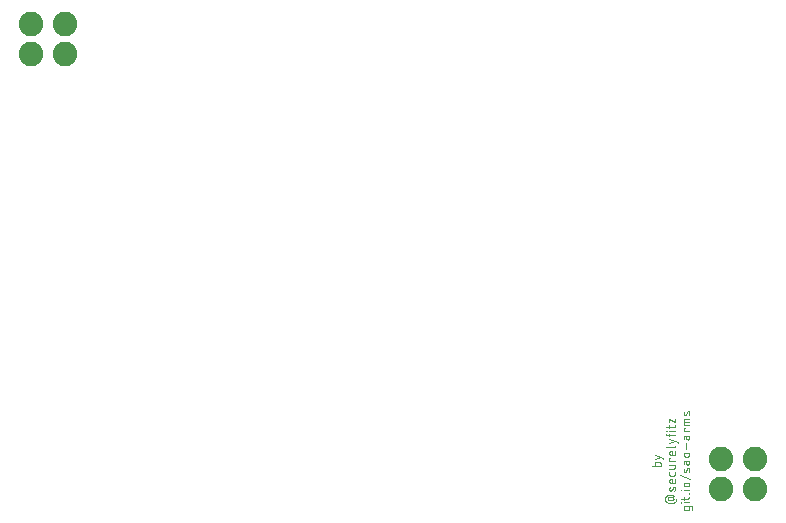
<source format=gts>
G04 EAGLE Gerber X2 export*
G75*
%MOMM*%
%FSLAX34Y34*%
%LPD*%
%AMOC8*
5,1,8,0,0,1.08239X$1,22.5*%
G01*
%ADD10C,0.076200*%
%ADD11C,2.082800*%


D10*
X625475Y44866D02*
X632841Y44866D01*
X632841Y46912D01*
X632839Y46981D01*
X632833Y47049D01*
X632824Y47118D01*
X632810Y47185D01*
X632793Y47252D01*
X632772Y47318D01*
X632748Y47382D01*
X632719Y47445D01*
X632688Y47506D01*
X632653Y47565D01*
X632615Y47623D01*
X632573Y47678D01*
X632529Y47730D01*
X632481Y47780D01*
X632431Y47828D01*
X632379Y47872D01*
X632324Y47914D01*
X632266Y47952D01*
X632207Y47987D01*
X632146Y48018D01*
X632083Y48047D01*
X632019Y48071D01*
X631953Y48092D01*
X631886Y48109D01*
X631819Y48123D01*
X631750Y48132D01*
X631682Y48138D01*
X631613Y48140D01*
X631613Y48139D02*
X629158Y48139D01*
X629158Y48140D02*
X629089Y48138D01*
X629021Y48132D01*
X628952Y48123D01*
X628885Y48109D01*
X628818Y48092D01*
X628752Y48071D01*
X628688Y48047D01*
X628625Y48018D01*
X628564Y47987D01*
X628505Y47952D01*
X628447Y47914D01*
X628392Y47872D01*
X628340Y47828D01*
X628290Y47780D01*
X628242Y47730D01*
X628198Y47678D01*
X628157Y47623D01*
X628118Y47565D01*
X628083Y47506D01*
X628052Y47445D01*
X628023Y47382D01*
X627999Y47318D01*
X627978Y47252D01*
X627961Y47185D01*
X627947Y47118D01*
X627938Y47050D01*
X627932Y46981D01*
X627930Y46912D01*
X627930Y44866D01*
X635296Y50921D02*
X635296Y51739D01*
X627930Y54194D01*
X627930Y50921D02*
X632841Y52558D01*
X638895Y18414D02*
X638895Y17186D01*
X638894Y17186D02*
X638896Y17117D01*
X638902Y17049D01*
X638911Y16980D01*
X638925Y16913D01*
X638942Y16846D01*
X638963Y16780D01*
X638987Y16716D01*
X639016Y16653D01*
X639047Y16592D01*
X639082Y16533D01*
X639120Y16475D01*
X639162Y16420D01*
X639206Y16368D01*
X639254Y16318D01*
X639304Y16270D01*
X639356Y16226D01*
X639411Y16184D01*
X639469Y16146D01*
X639528Y16111D01*
X639589Y16080D01*
X639652Y16051D01*
X639716Y16027D01*
X639782Y16006D01*
X639849Y15989D01*
X639916Y15975D01*
X639985Y15966D01*
X640053Y15960D01*
X640122Y15958D01*
X640122Y15959D02*
X642578Y15959D01*
X642578Y15958D02*
X642647Y15960D01*
X642715Y15966D01*
X642784Y15975D01*
X642851Y15989D01*
X642918Y16006D01*
X642984Y16027D01*
X643048Y16051D01*
X643111Y16080D01*
X643172Y16111D01*
X643231Y16146D01*
X643289Y16184D01*
X643344Y16226D01*
X643396Y16270D01*
X643446Y16318D01*
X643494Y16368D01*
X643538Y16420D01*
X643580Y16475D01*
X643618Y16533D01*
X643653Y16592D01*
X643684Y16653D01*
X643713Y16716D01*
X643737Y16780D01*
X643758Y16846D01*
X643775Y16913D01*
X643789Y16980D01*
X643798Y17049D01*
X643804Y17117D01*
X643806Y17186D01*
X643804Y17255D01*
X643798Y17323D01*
X643789Y17392D01*
X643775Y17459D01*
X643758Y17526D01*
X643737Y17592D01*
X643713Y17656D01*
X643684Y17719D01*
X643653Y17780D01*
X643618Y17839D01*
X643580Y17897D01*
X643538Y17952D01*
X643494Y18004D01*
X643446Y18054D01*
X643396Y18102D01*
X643344Y18146D01*
X643289Y18188D01*
X643231Y18226D01*
X643172Y18261D01*
X643111Y18292D01*
X643048Y18321D01*
X642984Y18345D01*
X642918Y18366D01*
X642851Y18383D01*
X642784Y18397D01*
X642715Y18406D01*
X642647Y18412D01*
X642578Y18414D01*
X642782Y18414D02*
X638895Y18414D01*
X642782Y18414D02*
X642845Y18416D01*
X642908Y18422D01*
X642970Y18431D01*
X643032Y18445D01*
X643092Y18462D01*
X643152Y18483D01*
X643210Y18508D01*
X643266Y18536D01*
X643321Y18567D01*
X643373Y18602D01*
X643423Y18640D01*
X643471Y18681D01*
X643516Y18725D01*
X643559Y18771D01*
X643598Y18821D01*
X643635Y18872D01*
X643668Y18925D01*
X643698Y18981D01*
X643724Y19038D01*
X643747Y19097D01*
X643766Y19157D01*
X643781Y19218D01*
X643793Y19280D01*
X643801Y19343D01*
X643805Y19405D01*
X643805Y19469D01*
X643801Y19531D01*
X643793Y19594D01*
X643781Y19656D01*
X643766Y19717D01*
X643747Y19777D01*
X643724Y19836D01*
X643698Y19893D01*
X643668Y19948D01*
X643635Y20002D01*
X643598Y20053D01*
X643559Y20103D01*
X643516Y20149D01*
X643471Y20193D01*
X643423Y20234D01*
X643373Y20272D01*
X643321Y20307D01*
X643266Y20338D01*
X643210Y20366D01*
X643152Y20391D01*
X643092Y20412D01*
X643032Y20429D01*
X642970Y20443D01*
X642908Y20452D01*
X642845Y20458D01*
X642782Y20460D01*
X639713Y20460D01*
X639600Y20458D01*
X639487Y20452D01*
X639375Y20442D01*
X639262Y20429D01*
X639151Y20411D01*
X639040Y20390D01*
X638929Y20365D01*
X638820Y20336D01*
X638712Y20303D01*
X638605Y20267D01*
X638499Y20227D01*
X638395Y20183D01*
X638292Y20136D01*
X638191Y20085D01*
X638092Y20031D01*
X637995Y19973D01*
X637900Y19912D01*
X637807Y19848D01*
X637716Y19781D01*
X637628Y19710D01*
X637542Y19637D01*
X637459Y19560D01*
X637378Y19481D01*
X637300Y19399D01*
X637225Y19314D01*
X637153Y19227D01*
X637084Y19138D01*
X637019Y19046D01*
X636956Y18952D01*
X636897Y18856D01*
X636841Y18757D01*
X636788Y18657D01*
X636739Y18555D01*
X636694Y18452D01*
X636652Y18347D01*
X636614Y18241D01*
X636579Y18133D01*
X636548Y18024D01*
X636521Y17915D01*
X636498Y17804D01*
X636478Y17693D01*
X636463Y17581D01*
X636451Y17468D01*
X636443Y17355D01*
X636439Y17243D01*
X636439Y17129D01*
X636443Y17017D01*
X636451Y16904D01*
X636463Y16791D01*
X636478Y16679D01*
X636498Y16568D01*
X636521Y16457D01*
X636548Y16348D01*
X636579Y16239D01*
X636614Y16131D01*
X636652Y16025D01*
X636694Y15920D01*
X636739Y15817D01*
X636788Y15715D01*
X636841Y15615D01*
X636897Y15516D01*
X636956Y15420D01*
X637019Y15326D01*
X637084Y15234D01*
X637153Y15145D01*
X637225Y15058D01*
X637300Y14973D01*
X637378Y14891D01*
X637459Y14812D01*
X637542Y14735D01*
X637628Y14662D01*
X637716Y14591D01*
X637807Y14524D01*
X637900Y14460D01*
X637995Y14399D01*
X638092Y14341D01*
X638191Y14287D01*
X638292Y14236D01*
X638395Y14189D01*
X638499Y14145D01*
X638605Y14105D01*
X638712Y14069D01*
X638820Y14036D01*
X638929Y14007D01*
X639040Y13982D01*
X639151Y13961D01*
X639262Y13943D01*
X639375Y13930D01*
X639487Y13920D01*
X639600Y13914D01*
X639713Y13912D01*
X639713Y13913D02*
X643192Y13913D01*
X643302Y13915D01*
X643412Y13921D01*
X643521Y13931D01*
X643630Y13944D01*
X643739Y13962D01*
X643847Y13984D01*
X643954Y14009D01*
X644060Y14038D01*
X644165Y14071D01*
X644269Y14108D01*
X644371Y14148D01*
X644472Y14192D01*
X644571Y14239D01*
X644668Y14290D01*
X644764Y14345D01*
X644857Y14403D01*
X644949Y14464D01*
X645038Y14528D01*
X645125Y14596D01*
X645209Y14667D01*
X645291Y14740D01*
X645370Y14817D01*
X645446Y14896D01*
X645520Y14978D01*
X645590Y15062D01*
X645657Y15149D01*
X645721Y15239D01*
X645782Y15330D01*
X645840Y15424D01*
X645894Y15520D01*
X645945Y15617D01*
X645992Y15716D01*
X646036Y15817D01*
X646076Y15920D01*
X646113Y16024D01*
X646145Y16129D01*
X646174Y16235D01*
X646199Y16342D01*
X646220Y16450D01*
X646238Y16558D01*
X646251Y16668D01*
X646261Y16777D01*
X642168Y24698D02*
X642987Y26744D01*
X642168Y24698D02*
X642143Y24639D01*
X642114Y24582D01*
X642081Y24527D01*
X642045Y24474D01*
X642007Y24423D01*
X641965Y24375D01*
X641920Y24329D01*
X641873Y24286D01*
X641823Y24246D01*
X641771Y24209D01*
X641716Y24175D01*
X641660Y24144D01*
X641602Y24117D01*
X641542Y24094D01*
X641482Y24074D01*
X641420Y24058D01*
X641357Y24045D01*
X641293Y24037D01*
X641230Y24032D01*
X641166Y24031D01*
X641102Y24034D01*
X641038Y24041D01*
X640975Y24052D01*
X640913Y24066D01*
X640851Y24084D01*
X640791Y24106D01*
X640732Y24131D01*
X640675Y24160D01*
X640620Y24193D01*
X640567Y24228D01*
X640516Y24267D01*
X640467Y24309D01*
X640421Y24353D01*
X640378Y24401D01*
X640338Y24450D01*
X640301Y24503D01*
X640267Y24557D01*
X640236Y24613D01*
X640209Y24671D01*
X640185Y24730D01*
X640166Y24791D01*
X640149Y24853D01*
X640137Y24916D01*
X640128Y24979D01*
X640123Y25043D01*
X640122Y25107D01*
X640126Y25243D01*
X640134Y25378D01*
X640146Y25514D01*
X640162Y25648D01*
X640182Y25783D01*
X640205Y25916D01*
X640233Y26049D01*
X640264Y26181D01*
X640299Y26312D01*
X640338Y26442D01*
X640381Y26571D01*
X640428Y26698D01*
X640478Y26824D01*
X640532Y26949D01*
X642987Y26744D02*
X643012Y26803D01*
X643041Y26860D01*
X643074Y26915D01*
X643110Y26968D01*
X643148Y27019D01*
X643190Y27067D01*
X643235Y27113D01*
X643282Y27156D01*
X643332Y27196D01*
X643384Y27233D01*
X643439Y27267D01*
X643495Y27298D01*
X643553Y27325D01*
X643613Y27348D01*
X643673Y27368D01*
X643735Y27384D01*
X643798Y27397D01*
X643862Y27405D01*
X643925Y27410D01*
X643989Y27411D01*
X644053Y27408D01*
X644117Y27401D01*
X644180Y27390D01*
X644242Y27376D01*
X644304Y27358D01*
X644364Y27336D01*
X644423Y27311D01*
X644480Y27282D01*
X644535Y27249D01*
X644588Y27214D01*
X644639Y27175D01*
X644688Y27133D01*
X644734Y27089D01*
X644777Y27041D01*
X644817Y26992D01*
X644854Y26939D01*
X644888Y26885D01*
X644919Y26829D01*
X644946Y26771D01*
X644970Y26712D01*
X644989Y26651D01*
X645006Y26589D01*
X645018Y26526D01*
X645027Y26463D01*
X645032Y26399D01*
X645033Y26335D01*
X645029Y26171D01*
X645021Y26007D01*
X645009Y25843D01*
X644993Y25680D01*
X644973Y25517D01*
X644950Y25354D01*
X644922Y25193D01*
X644891Y25031D01*
X644856Y24871D01*
X644817Y24712D01*
X644774Y24553D01*
X644728Y24396D01*
X644678Y24239D01*
X644624Y24084D01*
X645033Y31651D02*
X645033Y33697D01*
X645033Y31651D02*
X645031Y31582D01*
X645025Y31514D01*
X645016Y31445D01*
X645002Y31378D01*
X644985Y31311D01*
X644964Y31245D01*
X644940Y31181D01*
X644911Y31118D01*
X644880Y31057D01*
X644845Y30998D01*
X644807Y30940D01*
X644765Y30885D01*
X644721Y30833D01*
X644673Y30783D01*
X644623Y30735D01*
X644571Y30691D01*
X644516Y30650D01*
X644458Y30611D01*
X644399Y30576D01*
X644338Y30545D01*
X644275Y30516D01*
X644211Y30492D01*
X644145Y30471D01*
X644078Y30454D01*
X644011Y30440D01*
X643943Y30431D01*
X643874Y30425D01*
X643805Y30423D01*
X643805Y30424D02*
X641759Y30424D01*
X641680Y30426D01*
X641601Y30432D01*
X641522Y30441D01*
X641444Y30454D01*
X641367Y30472D01*
X641291Y30492D01*
X641216Y30517D01*
X641142Y30545D01*
X641069Y30576D01*
X640998Y30612D01*
X640929Y30650D01*
X640862Y30692D01*
X640797Y30737D01*
X640734Y30785D01*
X640673Y30836D01*
X640616Y30890D01*
X640560Y30946D01*
X640508Y31005D01*
X640458Y31067D01*
X640412Y31131D01*
X640368Y31197D01*
X640328Y31265D01*
X640292Y31335D01*
X640258Y31407D01*
X640228Y31481D01*
X640202Y31555D01*
X640179Y31631D01*
X640161Y31708D01*
X640145Y31785D01*
X640134Y31864D01*
X640126Y31942D01*
X640122Y32021D01*
X640122Y32101D01*
X640126Y32180D01*
X640134Y32258D01*
X640145Y32337D01*
X640161Y32414D01*
X640179Y32491D01*
X640202Y32567D01*
X640228Y32641D01*
X640258Y32715D01*
X640292Y32787D01*
X640328Y32857D01*
X640368Y32925D01*
X640412Y32991D01*
X640458Y33055D01*
X640508Y33117D01*
X640560Y33176D01*
X640616Y33232D01*
X640673Y33286D01*
X640734Y33337D01*
X640797Y33385D01*
X640862Y33430D01*
X640929Y33472D01*
X640998Y33510D01*
X641069Y33546D01*
X641142Y33577D01*
X641216Y33605D01*
X641291Y33630D01*
X641367Y33650D01*
X641444Y33668D01*
X641522Y33681D01*
X641601Y33690D01*
X641680Y33696D01*
X641759Y33698D01*
X641759Y33697D02*
X642578Y33697D01*
X642578Y30424D01*
X645033Y38000D02*
X645033Y39637D01*
X645033Y38000D02*
X645031Y37931D01*
X645025Y37863D01*
X645016Y37794D01*
X645002Y37727D01*
X644985Y37660D01*
X644964Y37594D01*
X644940Y37530D01*
X644911Y37467D01*
X644880Y37406D01*
X644845Y37347D01*
X644807Y37289D01*
X644765Y37234D01*
X644721Y37182D01*
X644673Y37132D01*
X644623Y37084D01*
X644571Y37040D01*
X644516Y36999D01*
X644458Y36960D01*
X644399Y36925D01*
X644338Y36894D01*
X644275Y36865D01*
X644211Y36841D01*
X644145Y36820D01*
X644078Y36803D01*
X644011Y36789D01*
X643943Y36780D01*
X643874Y36774D01*
X643805Y36772D01*
X643805Y36773D02*
X641350Y36773D01*
X641350Y36772D02*
X641281Y36774D01*
X641213Y36780D01*
X641144Y36789D01*
X641077Y36803D01*
X641010Y36820D01*
X640944Y36841D01*
X640880Y36865D01*
X640817Y36894D01*
X640756Y36925D01*
X640697Y36960D01*
X640639Y36998D01*
X640584Y37040D01*
X640532Y37084D01*
X640482Y37132D01*
X640434Y37182D01*
X640390Y37234D01*
X640348Y37289D01*
X640310Y37347D01*
X640275Y37406D01*
X640244Y37467D01*
X640215Y37530D01*
X640191Y37594D01*
X640170Y37660D01*
X640153Y37727D01*
X640139Y37794D01*
X640130Y37863D01*
X640124Y37931D01*
X640122Y38000D01*
X640122Y39637D01*
X640122Y42616D02*
X643805Y42616D01*
X643805Y42615D02*
X643874Y42617D01*
X643942Y42623D01*
X644011Y42632D01*
X644078Y42646D01*
X644145Y42663D01*
X644211Y42684D01*
X644275Y42708D01*
X644338Y42737D01*
X644399Y42768D01*
X644458Y42803D01*
X644516Y42841D01*
X644571Y42883D01*
X644623Y42927D01*
X644673Y42975D01*
X644721Y43025D01*
X644765Y43077D01*
X644807Y43132D01*
X644845Y43190D01*
X644880Y43249D01*
X644911Y43310D01*
X644940Y43373D01*
X644964Y43437D01*
X644985Y43503D01*
X645002Y43570D01*
X645016Y43637D01*
X645025Y43706D01*
X645031Y43774D01*
X645033Y43843D01*
X645033Y45889D01*
X640122Y45889D01*
X640122Y49489D02*
X645033Y49489D01*
X640122Y49489D02*
X640122Y51945D01*
X640941Y51945D01*
X645033Y55548D02*
X645033Y57594D01*
X645033Y55548D02*
X645031Y55479D01*
X645025Y55411D01*
X645016Y55342D01*
X645002Y55275D01*
X644985Y55208D01*
X644964Y55142D01*
X644940Y55078D01*
X644911Y55015D01*
X644880Y54954D01*
X644845Y54895D01*
X644807Y54837D01*
X644765Y54782D01*
X644721Y54730D01*
X644673Y54680D01*
X644623Y54632D01*
X644571Y54588D01*
X644516Y54547D01*
X644458Y54508D01*
X644399Y54473D01*
X644338Y54442D01*
X644275Y54413D01*
X644211Y54389D01*
X644145Y54368D01*
X644078Y54351D01*
X644011Y54337D01*
X643943Y54328D01*
X643874Y54322D01*
X643805Y54320D01*
X641759Y54320D01*
X641680Y54322D01*
X641601Y54328D01*
X641522Y54337D01*
X641444Y54350D01*
X641367Y54368D01*
X641291Y54388D01*
X641216Y54413D01*
X641142Y54441D01*
X641069Y54472D01*
X640998Y54508D01*
X640929Y54546D01*
X640862Y54588D01*
X640797Y54633D01*
X640734Y54681D01*
X640673Y54732D01*
X640616Y54786D01*
X640560Y54842D01*
X640508Y54901D01*
X640458Y54963D01*
X640412Y55027D01*
X640368Y55093D01*
X640328Y55161D01*
X640292Y55231D01*
X640258Y55303D01*
X640228Y55377D01*
X640202Y55451D01*
X640179Y55527D01*
X640161Y55604D01*
X640145Y55681D01*
X640134Y55760D01*
X640126Y55838D01*
X640122Y55917D01*
X640122Y55997D01*
X640126Y56076D01*
X640134Y56154D01*
X640145Y56233D01*
X640161Y56310D01*
X640179Y56387D01*
X640202Y56463D01*
X640228Y56537D01*
X640258Y56611D01*
X640292Y56683D01*
X640328Y56753D01*
X640368Y56821D01*
X640412Y56887D01*
X640458Y56951D01*
X640508Y57013D01*
X640560Y57072D01*
X640616Y57128D01*
X640673Y57182D01*
X640734Y57233D01*
X640797Y57281D01*
X640862Y57326D01*
X640929Y57368D01*
X640998Y57406D01*
X641069Y57442D01*
X641142Y57473D01*
X641216Y57501D01*
X641291Y57526D01*
X641367Y57546D01*
X641444Y57564D01*
X641522Y57577D01*
X641601Y57586D01*
X641680Y57592D01*
X641759Y57594D01*
X642578Y57594D01*
X642578Y54320D01*
X643805Y60743D02*
X637667Y60743D01*
X643805Y60742D02*
X643874Y60744D01*
X643942Y60750D01*
X644011Y60759D01*
X644078Y60773D01*
X644145Y60790D01*
X644211Y60811D01*
X644275Y60835D01*
X644338Y60864D01*
X644399Y60895D01*
X644458Y60930D01*
X644516Y60968D01*
X644571Y61010D01*
X644623Y61054D01*
X644673Y61102D01*
X644721Y61152D01*
X644765Y61204D01*
X644807Y61259D01*
X644845Y61317D01*
X644880Y61376D01*
X644911Y61437D01*
X644940Y61500D01*
X644964Y61564D01*
X644985Y61630D01*
X645002Y61697D01*
X645016Y61764D01*
X645025Y61833D01*
X645031Y61901D01*
X645033Y61970D01*
X647488Y64317D02*
X647488Y65136D01*
X640122Y67591D01*
X640122Y64317D02*
X645033Y65954D01*
X645033Y70807D02*
X638895Y70807D01*
X638895Y70806D02*
X638826Y70808D01*
X638758Y70814D01*
X638689Y70823D01*
X638622Y70837D01*
X638555Y70854D01*
X638489Y70875D01*
X638425Y70899D01*
X638362Y70928D01*
X638301Y70959D01*
X638242Y70994D01*
X638184Y71032D01*
X638129Y71074D01*
X638077Y71118D01*
X638027Y71166D01*
X637979Y71216D01*
X637935Y71268D01*
X637894Y71323D01*
X637855Y71381D01*
X637820Y71440D01*
X637789Y71501D01*
X637760Y71564D01*
X637736Y71628D01*
X637715Y71694D01*
X637698Y71761D01*
X637684Y71828D01*
X637675Y71896D01*
X637669Y71965D01*
X637667Y72034D01*
X637667Y72444D01*
X640122Y72444D02*
X640122Y69988D01*
X640122Y74488D02*
X645033Y74488D01*
X638076Y74284D02*
X637667Y74284D01*
X637667Y74693D01*
X638076Y74693D01*
X638076Y74284D01*
X640122Y76854D02*
X640122Y79309D01*
X637667Y77673D02*
X643805Y77673D01*
X643805Y77672D02*
X643874Y77674D01*
X643942Y77680D01*
X644011Y77689D01*
X644078Y77703D01*
X644145Y77720D01*
X644211Y77741D01*
X644275Y77765D01*
X644338Y77794D01*
X644399Y77825D01*
X644458Y77860D01*
X644516Y77898D01*
X644571Y77940D01*
X644623Y77984D01*
X644673Y78032D01*
X644721Y78082D01*
X644765Y78134D01*
X644807Y78189D01*
X644845Y78247D01*
X644880Y78306D01*
X644911Y78367D01*
X644940Y78430D01*
X644964Y78494D01*
X644985Y78560D01*
X645002Y78627D01*
X645016Y78694D01*
X645025Y78763D01*
X645031Y78831D01*
X645033Y78900D01*
X645033Y79309D01*
X640122Y81874D02*
X640122Y85147D01*
X645033Y81874D01*
X645033Y85147D01*
X657225Y10933D02*
X657225Y8887D01*
X657223Y8818D01*
X657217Y8750D01*
X657208Y8681D01*
X657194Y8614D01*
X657177Y8547D01*
X657156Y8481D01*
X657132Y8417D01*
X657103Y8354D01*
X657072Y8293D01*
X657037Y8234D01*
X656999Y8176D01*
X656957Y8121D01*
X656913Y8069D01*
X656865Y8019D01*
X656815Y7971D01*
X656763Y7927D01*
X656708Y7886D01*
X656650Y7847D01*
X656591Y7812D01*
X656530Y7781D01*
X656467Y7752D01*
X656403Y7728D01*
X656337Y7707D01*
X656270Y7690D01*
X656203Y7676D01*
X656135Y7667D01*
X656066Y7661D01*
X655997Y7659D01*
X653542Y7659D01*
X653473Y7661D01*
X653405Y7667D01*
X653336Y7676D01*
X653269Y7690D01*
X653202Y7707D01*
X653136Y7728D01*
X653072Y7752D01*
X653009Y7781D01*
X652948Y7812D01*
X652889Y7847D01*
X652831Y7885D01*
X652776Y7927D01*
X652724Y7971D01*
X652674Y8019D01*
X652626Y8069D01*
X652582Y8121D01*
X652540Y8176D01*
X652502Y8234D01*
X652467Y8293D01*
X652436Y8354D01*
X652407Y8417D01*
X652383Y8481D01*
X652362Y8547D01*
X652345Y8614D01*
X652331Y8681D01*
X652322Y8750D01*
X652316Y8818D01*
X652314Y8887D01*
X652314Y10933D01*
X658453Y10933D01*
X658522Y10931D01*
X658590Y10925D01*
X658659Y10916D01*
X658726Y10902D01*
X658793Y10885D01*
X658859Y10864D01*
X658923Y10840D01*
X658986Y10811D01*
X659047Y10780D01*
X659106Y10745D01*
X659164Y10707D01*
X659219Y10665D01*
X659271Y10621D01*
X659321Y10573D01*
X659369Y10523D01*
X659413Y10471D01*
X659455Y10416D01*
X659493Y10358D01*
X659528Y10299D01*
X659559Y10238D01*
X659588Y10175D01*
X659612Y10111D01*
X659633Y10045D01*
X659650Y9978D01*
X659664Y9911D01*
X659673Y9842D01*
X659679Y9774D01*
X659681Y9705D01*
X659680Y9705D02*
X659680Y8068D01*
X657225Y14213D02*
X652314Y14213D01*
X650268Y14009D02*
X649859Y14009D01*
X649859Y14418D01*
X650268Y14418D01*
X650268Y14009D01*
X652314Y16579D02*
X652314Y19035D01*
X649859Y17398D02*
X655997Y17398D01*
X655997Y17397D02*
X656066Y17399D01*
X656134Y17405D01*
X656203Y17414D01*
X656270Y17428D01*
X656337Y17445D01*
X656403Y17466D01*
X656467Y17490D01*
X656530Y17519D01*
X656591Y17550D01*
X656650Y17585D01*
X656708Y17623D01*
X656763Y17665D01*
X656815Y17709D01*
X656865Y17757D01*
X656913Y17807D01*
X656957Y17859D01*
X656999Y17914D01*
X657037Y17972D01*
X657072Y18031D01*
X657103Y18092D01*
X657132Y18155D01*
X657156Y18219D01*
X657177Y18285D01*
X657194Y18352D01*
X657208Y18419D01*
X657217Y18488D01*
X657223Y18556D01*
X657225Y18625D01*
X657225Y19035D01*
X657225Y21568D02*
X656816Y21568D01*
X656816Y21977D01*
X657225Y21977D01*
X657225Y21568D01*
X657225Y24698D02*
X652314Y24698D01*
X650268Y24494D02*
X649859Y24494D01*
X649859Y24903D01*
X650268Y24903D01*
X650268Y24494D01*
X653951Y27695D02*
X655588Y27695D01*
X653951Y27694D02*
X653872Y27696D01*
X653793Y27702D01*
X653714Y27711D01*
X653636Y27724D01*
X653559Y27742D01*
X653483Y27762D01*
X653408Y27787D01*
X653334Y27815D01*
X653261Y27846D01*
X653190Y27882D01*
X653121Y27920D01*
X653054Y27962D01*
X652989Y28007D01*
X652926Y28055D01*
X652865Y28106D01*
X652808Y28160D01*
X652752Y28216D01*
X652700Y28275D01*
X652650Y28337D01*
X652604Y28401D01*
X652560Y28467D01*
X652520Y28535D01*
X652484Y28605D01*
X652450Y28677D01*
X652420Y28751D01*
X652394Y28825D01*
X652371Y28901D01*
X652353Y28978D01*
X652337Y29055D01*
X652326Y29134D01*
X652318Y29212D01*
X652314Y29291D01*
X652314Y29371D01*
X652318Y29450D01*
X652326Y29528D01*
X652337Y29607D01*
X652353Y29684D01*
X652371Y29761D01*
X652394Y29837D01*
X652420Y29911D01*
X652450Y29985D01*
X652484Y30057D01*
X652520Y30127D01*
X652560Y30195D01*
X652604Y30261D01*
X652650Y30325D01*
X652700Y30387D01*
X652752Y30446D01*
X652808Y30502D01*
X652865Y30556D01*
X652926Y30607D01*
X652989Y30655D01*
X653054Y30700D01*
X653121Y30742D01*
X653190Y30780D01*
X653261Y30816D01*
X653334Y30847D01*
X653408Y30875D01*
X653483Y30900D01*
X653559Y30920D01*
X653636Y30938D01*
X653714Y30951D01*
X653793Y30960D01*
X653872Y30966D01*
X653951Y30968D01*
X655588Y30968D01*
X655667Y30966D01*
X655746Y30960D01*
X655825Y30951D01*
X655903Y30938D01*
X655980Y30920D01*
X656056Y30900D01*
X656131Y30875D01*
X656205Y30847D01*
X656278Y30816D01*
X656349Y30780D01*
X656418Y30742D01*
X656485Y30700D01*
X656550Y30655D01*
X656613Y30607D01*
X656674Y30556D01*
X656731Y30502D01*
X656787Y30446D01*
X656839Y30387D01*
X656889Y30325D01*
X656935Y30261D01*
X656979Y30195D01*
X657019Y30127D01*
X657055Y30057D01*
X657089Y29985D01*
X657119Y29911D01*
X657145Y29837D01*
X657168Y29761D01*
X657186Y29684D01*
X657202Y29607D01*
X657213Y29528D01*
X657221Y29450D01*
X657225Y29371D01*
X657225Y29291D01*
X657221Y29212D01*
X657213Y29134D01*
X657202Y29055D01*
X657186Y28978D01*
X657168Y28901D01*
X657145Y28825D01*
X657119Y28751D01*
X657089Y28677D01*
X657055Y28605D01*
X657019Y28535D01*
X656979Y28467D01*
X656935Y28401D01*
X656889Y28337D01*
X656839Y28275D01*
X656787Y28216D01*
X656731Y28160D01*
X656674Y28106D01*
X656613Y28055D01*
X656550Y28007D01*
X656485Y27962D01*
X656418Y27920D01*
X656349Y27882D01*
X656278Y27846D01*
X656205Y27815D01*
X656131Y27787D01*
X656056Y27762D01*
X655980Y27742D01*
X655903Y27724D01*
X655825Y27711D01*
X655746Y27702D01*
X655667Y27696D01*
X655588Y27694D01*
X658043Y33790D02*
X649041Y37064D01*
X654360Y40500D02*
X655179Y42546D01*
X654360Y40500D02*
X654335Y40441D01*
X654306Y40384D01*
X654273Y40329D01*
X654237Y40276D01*
X654199Y40225D01*
X654157Y40177D01*
X654112Y40131D01*
X654065Y40088D01*
X654015Y40048D01*
X653963Y40011D01*
X653908Y39977D01*
X653852Y39946D01*
X653794Y39919D01*
X653734Y39896D01*
X653674Y39876D01*
X653612Y39860D01*
X653549Y39847D01*
X653485Y39839D01*
X653422Y39834D01*
X653358Y39833D01*
X653294Y39836D01*
X653230Y39843D01*
X653167Y39854D01*
X653105Y39868D01*
X653043Y39886D01*
X652983Y39908D01*
X652924Y39933D01*
X652867Y39962D01*
X652812Y39995D01*
X652759Y40030D01*
X652708Y40069D01*
X652659Y40111D01*
X652613Y40155D01*
X652570Y40203D01*
X652530Y40252D01*
X652493Y40305D01*
X652459Y40359D01*
X652428Y40415D01*
X652401Y40473D01*
X652377Y40532D01*
X652358Y40593D01*
X652341Y40655D01*
X652329Y40718D01*
X652320Y40781D01*
X652315Y40845D01*
X652314Y40909D01*
X652318Y41045D01*
X652326Y41180D01*
X652338Y41316D01*
X652354Y41450D01*
X652374Y41585D01*
X652397Y41718D01*
X652425Y41851D01*
X652456Y41983D01*
X652491Y42114D01*
X652530Y42244D01*
X652573Y42373D01*
X652620Y42500D01*
X652670Y42626D01*
X652724Y42751D01*
X655179Y42546D02*
X655204Y42605D01*
X655233Y42662D01*
X655266Y42717D01*
X655302Y42770D01*
X655340Y42821D01*
X655382Y42869D01*
X655427Y42915D01*
X655474Y42958D01*
X655524Y42998D01*
X655576Y43035D01*
X655631Y43069D01*
X655687Y43100D01*
X655745Y43127D01*
X655805Y43150D01*
X655865Y43170D01*
X655927Y43186D01*
X655990Y43199D01*
X656054Y43207D01*
X656117Y43212D01*
X656181Y43213D01*
X656245Y43210D01*
X656309Y43203D01*
X656372Y43192D01*
X656434Y43178D01*
X656496Y43160D01*
X656556Y43138D01*
X656615Y43113D01*
X656672Y43084D01*
X656727Y43051D01*
X656780Y43016D01*
X656831Y42977D01*
X656880Y42935D01*
X656926Y42891D01*
X656969Y42843D01*
X657009Y42794D01*
X657046Y42741D01*
X657080Y42687D01*
X657111Y42631D01*
X657138Y42573D01*
X657162Y42514D01*
X657181Y42453D01*
X657198Y42391D01*
X657210Y42328D01*
X657219Y42265D01*
X657224Y42201D01*
X657225Y42137D01*
X657221Y41973D01*
X657213Y41809D01*
X657201Y41645D01*
X657185Y41482D01*
X657165Y41319D01*
X657142Y41156D01*
X657114Y40995D01*
X657083Y40833D01*
X657048Y40673D01*
X657009Y40514D01*
X656966Y40355D01*
X656920Y40198D01*
X656870Y40041D01*
X656816Y39886D01*
X654360Y47618D02*
X654360Y49459D01*
X654361Y47618D02*
X654363Y47543D01*
X654369Y47468D01*
X654379Y47394D01*
X654392Y47320D01*
X654410Y47247D01*
X654431Y47175D01*
X654456Y47105D01*
X654485Y47036D01*
X654517Y46968D01*
X654553Y46902D01*
X654592Y46838D01*
X654634Y46776D01*
X654680Y46717D01*
X654729Y46660D01*
X654780Y46605D01*
X654835Y46554D01*
X654892Y46505D01*
X654951Y46459D01*
X655013Y46417D01*
X655077Y46378D01*
X655143Y46342D01*
X655211Y46310D01*
X655280Y46281D01*
X655350Y46256D01*
X655422Y46235D01*
X655495Y46217D01*
X655569Y46204D01*
X655643Y46194D01*
X655718Y46188D01*
X655793Y46186D01*
X655868Y46188D01*
X655943Y46194D01*
X656017Y46204D01*
X656091Y46217D01*
X656164Y46235D01*
X656236Y46256D01*
X656306Y46281D01*
X656375Y46310D01*
X656443Y46342D01*
X656509Y46378D01*
X656573Y46417D01*
X656635Y46459D01*
X656694Y46505D01*
X656751Y46554D01*
X656806Y46605D01*
X656857Y46660D01*
X656906Y46717D01*
X656952Y46776D01*
X656994Y46838D01*
X657033Y46902D01*
X657069Y46968D01*
X657101Y47036D01*
X657130Y47105D01*
X657155Y47175D01*
X657176Y47247D01*
X657194Y47320D01*
X657207Y47394D01*
X657217Y47468D01*
X657223Y47543D01*
X657225Y47618D01*
X657225Y49459D01*
X653542Y49459D01*
X653473Y49457D01*
X653405Y49451D01*
X653336Y49442D01*
X653269Y49428D01*
X653202Y49411D01*
X653136Y49390D01*
X653072Y49366D01*
X653009Y49337D01*
X652948Y49306D01*
X652889Y49271D01*
X652831Y49233D01*
X652776Y49191D01*
X652724Y49147D01*
X652674Y49099D01*
X652626Y49049D01*
X652582Y48997D01*
X652541Y48942D01*
X652502Y48884D01*
X652467Y48825D01*
X652436Y48764D01*
X652407Y48701D01*
X652383Y48637D01*
X652362Y48571D01*
X652345Y48504D01*
X652331Y48437D01*
X652322Y48369D01*
X652316Y48300D01*
X652314Y48231D01*
X652314Y46595D01*
X653951Y52810D02*
X655588Y52810D01*
X653951Y52810D02*
X653872Y52812D01*
X653793Y52818D01*
X653714Y52827D01*
X653636Y52840D01*
X653559Y52858D01*
X653483Y52878D01*
X653408Y52903D01*
X653334Y52931D01*
X653261Y52962D01*
X653190Y52998D01*
X653121Y53036D01*
X653054Y53078D01*
X652989Y53123D01*
X652926Y53171D01*
X652865Y53222D01*
X652808Y53276D01*
X652752Y53332D01*
X652700Y53391D01*
X652650Y53453D01*
X652604Y53517D01*
X652560Y53583D01*
X652520Y53651D01*
X652484Y53721D01*
X652450Y53793D01*
X652420Y53867D01*
X652394Y53941D01*
X652371Y54017D01*
X652353Y54094D01*
X652337Y54171D01*
X652326Y54250D01*
X652318Y54328D01*
X652314Y54407D01*
X652314Y54487D01*
X652318Y54566D01*
X652326Y54644D01*
X652337Y54723D01*
X652353Y54800D01*
X652371Y54877D01*
X652394Y54953D01*
X652420Y55027D01*
X652450Y55101D01*
X652484Y55173D01*
X652520Y55243D01*
X652560Y55311D01*
X652604Y55377D01*
X652650Y55441D01*
X652700Y55503D01*
X652752Y55562D01*
X652808Y55618D01*
X652865Y55672D01*
X652926Y55723D01*
X652989Y55771D01*
X653054Y55816D01*
X653121Y55858D01*
X653190Y55896D01*
X653261Y55932D01*
X653334Y55963D01*
X653408Y55991D01*
X653483Y56016D01*
X653559Y56036D01*
X653636Y56054D01*
X653714Y56067D01*
X653793Y56076D01*
X653872Y56082D01*
X653951Y56084D01*
X655588Y56084D01*
X655667Y56082D01*
X655746Y56076D01*
X655825Y56067D01*
X655903Y56054D01*
X655980Y56036D01*
X656056Y56016D01*
X656131Y55991D01*
X656205Y55963D01*
X656278Y55932D01*
X656349Y55896D01*
X656418Y55858D01*
X656485Y55816D01*
X656550Y55771D01*
X656613Y55723D01*
X656674Y55672D01*
X656731Y55618D01*
X656787Y55562D01*
X656839Y55503D01*
X656889Y55441D01*
X656935Y55377D01*
X656979Y55311D01*
X657019Y55243D01*
X657055Y55173D01*
X657089Y55101D01*
X657119Y55027D01*
X657145Y54953D01*
X657168Y54877D01*
X657186Y54800D01*
X657202Y54723D01*
X657213Y54644D01*
X657221Y54566D01*
X657225Y54487D01*
X657225Y54407D01*
X657221Y54328D01*
X657213Y54250D01*
X657202Y54171D01*
X657186Y54094D01*
X657168Y54017D01*
X657145Y53941D01*
X657119Y53867D01*
X657089Y53793D01*
X657055Y53721D01*
X657019Y53651D01*
X656979Y53583D01*
X656935Y53517D01*
X656889Y53453D01*
X656839Y53391D01*
X656787Y53332D01*
X656731Y53276D01*
X656674Y53222D01*
X656613Y53171D01*
X656550Y53123D01*
X656485Y53078D01*
X656418Y53036D01*
X656349Y52998D01*
X656278Y52962D01*
X656205Y52931D01*
X656131Y52903D01*
X656056Y52878D01*
X655980Y52858D01*
X655903Y52840D01*
X655825Y52827D01*
X655746Y52818D01*
X655667Y52812D01*
X655588Y52810D01*
X654360Y59307D02*
X654360Y64217D01*
X654360Y68832D02*
X654360Y70673D01*
X654361Y68832D02*
X654363Y68757D01*
X654369Y68682D01*
X654379Y68608D01*
X654392Y68534D01*
X654410Y68461D01*
X654431Y68389D01*
X654456Y68319D01*
X654485Y68250D01*
X654517Y68182D01*
X654553Y68116D01*
X654592Y68052D01*
X654634Y67990D01*
X654680Y67931D01*
X654729Y67874D01*
X654780Y67819D01*
X654835Y67768D01*
X654892Y67719D01*
X654951Y67673D01*
X655013Y67631D01*
X655077Y67592D01*
X655143Y67556D01*
X655211Y67524D01*
X655280Y67495D01*
X655350Y67470D01*
X655422Y67449D01*
X655495Y67431D01*
X655569Y67418D01*
X655643Y67408D01*
X655718Y67402D01*
X655793Y67400D01*
X655868Y67402D01*
X655943Y67408D01*
X656017Y67418D01*
X656091Y67431D01*
X656164Y67449D01*
X656236Y67470D01*
X656306Y67495D01*
X656375Y67524D01*
X656443Y67556D01*
X656509Y67592D01*
X656573Y67631D01*
X656635Y67673D01*
X656694Y67719D01*
X656751Y67768D01*
X656806Y67819D01*
X656857Y67874D01*
X656906Y67931D01*
X656952Y67990D01*
X656994Y68052D01*
X657033Y68116D01*
X657069Y68182D01*
X657101Y68250D01*
X657130Y68319D01*
X657155Y68389D01*
X657176Y68461D01*
X657194Y68534D01*
X657207Y68608D01*
X657217Y68682D01*
X657223Y68757D01*
X657225Y68832D01*
X657225Y70673D01*
X653542Y70673D01*
X653473Y70671D01*
X653405Y70665D01*
X653336Y70656D01*
X653269Y70642D01*
X653202Y70625D01*
X653136Y70604D01*
X653072Y70580D01*
X653009Y70551D01*
X652948Y70520D01*
X652889Y70485D01*
X652831Y70447D01*
X652776Y70405D01*
X652724Y70361D01*
X652674Y70313D01*
X652626Y70263D01*
X652582Y70211D01*
X652541Y70156D01*
X652502Y70098D01*
X652467Y70039D01*
X652436Y69978D01*
X652407Y69915D01*
X652383Y69851D01*
X652362Y69785D01*
X652345Y69718D01*
X652331Y69651D01*
X652322Y69583D01*
X652316Y69514D01*
X652314Y69445D01*
X652314Y67809D01*
X652314Y74314D02*
X657225Y74314D01*
X652314Y74314D02*
X652314Y76769D01*
X653133Y76769D01*
X652314Y79545D02*
X657225Y79545D01*
X652314Y79545D02*
X652314Y83228D01*
X652316Y83297D01*
X652322Y83365D01*
X652331Y83434D01*
X652345Y83501D01*
X652362Y83568D01*
X652383Y83634D01*
X652407Y83698D01*
X652436Y83761D01*
X652467Y83822D01*
X652502Y83881D01*
X652540Y83939D01*
X652582Y83994D01*
X652626Y84046D01*
X652674Y84096D01*
X652724Y84144D01*
X652776Y84188D01*
X652831Y84230D01*
X652889Y84268D01*
X652948Y84303D01*
X653009Y84334D01*
X653072Y84363D01*
X653136Y84387D01*
X653202Y84408D01*
X653269Y84425D01*
X653336Y84439D01*
X653405Y84448D01*
X653473Y84454D01*
X653542Y84456D01*
X657225Y84456D01*
X657225Y82001D02*
X652314Y82001D01*
X654360Y88537D02*
X655179Y90583D01*
X654360Y88537D02*
X654335Y88478D01*
X654306Y88421D01*
X654273Y88366D01*
X654237Y88313D01*
X654199Y88262D01*
X654157Y88214D01*
X654112Y88168D01*
X654065Y88125D01*
X654015Y88085D01*
X653963Y88048D01*
X653908Y88014D01*
X653852Y87983D01*
X653794Y87956D01*
X653734Y87933D01*
X653674Y87913D01*
X653612Y87897D01*
X653549Y87884D01*
X653485Y87876D01*
X653422Y87871D01*
X653358Y87870D01*
X653294Y87873D01*
X653230Y87880D01*
X653167Y87891D01*
X653105Y87905D01*
X653043Y87923D01*
X652983Y87945D01*
X652924Y87970D01*
X652867Y87999D01*
X652812Y88032D01*
X652759Y88067D01*
X652708Y88106D01*
X652659Y88148D01*
X652613Y88192D01*
X652570Y88240D01*
X652530Y88289D01*
X652493Y88342D01*
X652459Y88396D01*
X652428Y88452D01*
X652401Y88510D01*
X652377Y88569D01*
X652358Y88630D01*
X652341Y88692D01*
X652329Y88755D01*
X652320Y88818D01*
X652315Y88882D01*
X652314Y88946D01*
X652314Y88945D02*
X652318Y89081D01*
X652326Y89216D01*
X652338Y89352D01*
X652354Y89486D01*
X652374Y89621D01*
X652397Y89754D01*
X652425Y89887D01*
X652456Y90019D01*
X652491Y90150D01*
X652530Y90280D01*
X652573Y90409D01*
X652620Y90536D01*
X652670Y90662D01*
X652724Y90787D01*
X655179Y90583D02*
X655204Y90642D01*
X655233Y90699D01*
X655266Y90754D01*
X655302Y90807D01*
X655340Y90858D01*
X655382Y90906D01*
X655427Y90952D01*
X655474Y90995D01*
X655524Y91035D01*
X655576Y91072D01*
X655631Y91106D01*
X655687Y91137D01*
X655745Y91164D01*
X655805Y91187D01*
X655865Y91207D01*
X655927Y91223D01*
X655990Y91236D01*
X656054Y91244D01*
X656117Y91249D01*
X656181Y91250D01*
X656245Y91247D01*
X656309Y91240D01*
X656372Y91229D01*
X656434Y91215D01*
X656496Y91197D01*
X656556Y91175D01*
X656615Y91150D01*
X656672Y91121D01*
X656727Y91088D01*
X656780Y91053D01*
X656831Y91014D01*
X656880Y90972D01*
X656926Y90928D01*
X656969Y90880D01*
X657009Y90831D01*
X657046Y90778D01*
X657080Y90724D01*
X657111Y90668D01*
X657138Y90610D01*
X657162Y90551D01*
X657181Y90490D01*
X657198Y90428D01*
X657210Y90365D01*
X657219Y90302D01*
X657224Y90238D01*
X657225Y90174D01*
X657221Y90010D01*
X657213Y89846D01*
X657201Y89682D01*
X657185Y89519D01*
X657165Y89356D01*
X657142Y89193D01*
X657114Y89032D01*
X657083Y88870D01*
X657048Y88710D01*
X657009Y88551D01*
X656966Y88392D01*
X656920Y88235D01*
X656870Y88078D01*
X656816Y87923D01*
D11*
X684022Y50800D03*
X712978Y50800D03*
X684022Y25400D03*
X712978Y25400D03*
X99822Y419100D03*
X128778Y419100D03*
X99822Y393700D03*
X128778Y393700D03*
M02*

</source>
